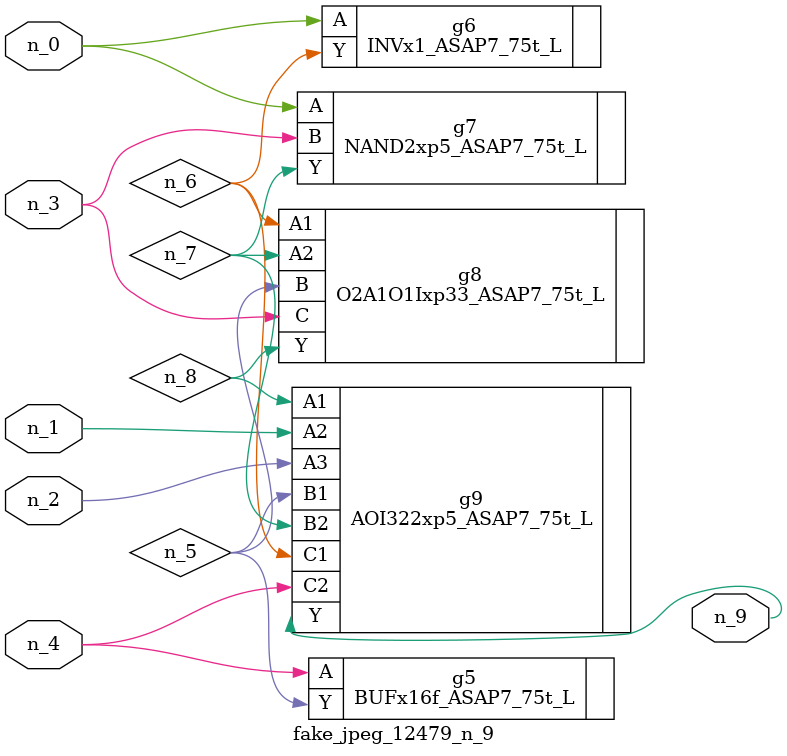
<source format=v>
module fake_jpeg_12479_n_9 (n_3, n_2, n_1, n_0, n_4, n_9);

input n_3;
input n_2;
input n_1;
input n_0;
input n_4;

output n_9;

wire n_8;
wire n_6;
wire n_5;
wire n_7;

BUFx16f_ASAP7_75t_L g5 ( 
.A(n_4),
.Y(n_5)
);

INVx1_ASAP7_75t_L g6 ( 
.A(n_0),
.Y(n_6)
);

NAND2xp5_ASAP7_75t_L g7 ( 
.A(n_0),
.B(n_3),
.Y(n_7)
);

O2A1O1Ixp33_ASAP7_75t_L g8 ( 
.A1(n_6),
.A2(n_7),
.B(n_5),
.C(n_3),
.Y(n_8)
);

AOI322xp5_ASAP7_75t_L g9 ( 
.A1(n_8),
.A2(n_1),
.A3(n_2),
.B1(n_5),
.B2(n_7),
.C1(n_6),
.C2(n_4),
.Y(n_9)
);


endmodule
</source>
